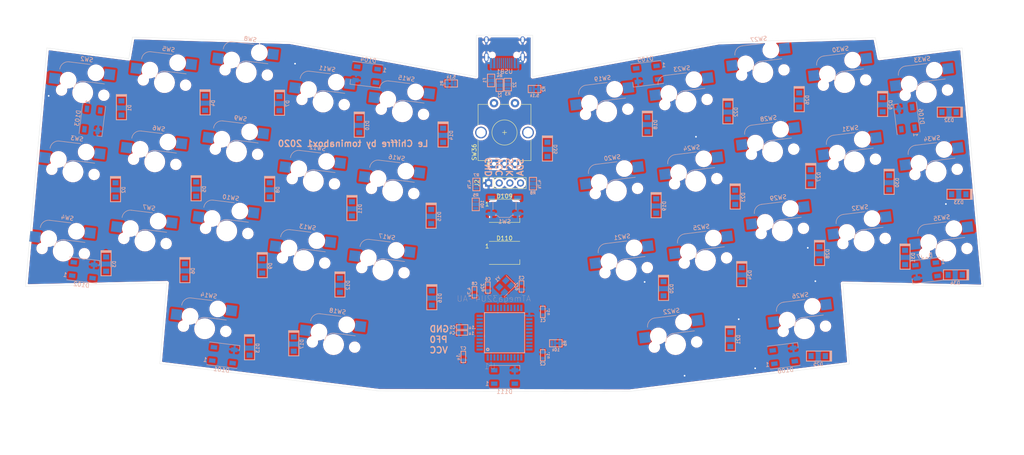
<source format=kicad_pcb>
(kicad_pcb (version 20211014) (generator pcbnew)
  (layers (0 "F.Cu" signal) (31 "B.Cu" signal) (34 "B.Paste" user) (35 "F.Paste" user) (36 "B.SilkS" user "B.Silkscreen") (37 "F.SilkS" user "F.Silkscreen") (38 "B.Mask" user) (39 "F.Mask" user) (44 "Edge.Cuts" user))
  (net 0 "")
  (net 1 "GND")
  (net 2 "VCC")
  (net 3 "Net-(C3-Pad1)")
  (net 4 "UCAP")
  (net 5 "Net-(C6-Pad1)")
  (net 6 "Net-(F1-Pad2)")
  (net 8 "col5")
  (net 9 "row0")
  (net 10 "row1")
  (net 11 "col3")
  (net 12 "Net-(R6-Pad2)")
  (net 13 "row2")
  (net 14 "LED")
  (net 15 "col1")
  (net 16 "col0")
  (net 17 "col7")
  (net 19 "col2")
  (net 20 "row3")
  (net 21 "Net-(R5-Pad2)")
  (net 23 "col6")
  (net 24 "col9")
  (net 25 "col4")
  (net 26 "col8")
  (net 27 "/D+")
  (net 28 "/D-")
  (net 31 "CC2")
  (net 32 "CC1")
  (net 34 "DN-")
  (net 35 "DN+")
  (net 36 "Net-(D1-Pad1)")
  (net 37 "Net-(D2-Pad1)")
  (net 38 "Net-(D3-Pad1)")
  (net 39 "Net-(D4-Pad1)")
  (net 40 "Net-(D5-Pad1)")
  (net 41 "Net-(D6-Pad1)")
  (net 42 "Net-(D7-Pad1)")
  (net 43 "Net-(D8-Pad1)")
  (net 44 "Net-(D9-Pad1)")
  (net 45 "Net-(D10-Pad1)")
  (net 46 "Net-(D11-Pad1)")
  (net 47 "Net-(D12-Pad1)")
  (net 48 "Net-(D13-Pad1)")
  (net 49 "Net-(D14-Pad1)")
  (net 50 "Net-(D15-Pad1)")
  (net 51 "Net-(D16-Pad1)")
  (net 52 "Net-(D17-Pad1)")
  (net 53 "Net-(D18-Pad1)")
  (net 54 "Net-(D19-Pad1)")
  (net 55 "Net-(D20-Pad1)")
  (net 56 "Net-(D21-Pad1)")
  (net 57 "Net-(D22-Pad1)")
  (net 58 "Net-(D23-Pad1)")
  (net 59 "Net-(D24-Pad1)")
  (net 60 "Net-(D25-Pad1)")
  (net 61 "Net-(D26-Pad1)")
  (net 62 "Net-(D27-Pad1)")
  (net 63 "Net-(D28-Pad1)")
  (net 64 "Net-(D29-Pad1)")
  (net 65 "Net-(D30-Pad1)")
  (net 66 "Net-(D31-Pad1)")
  (net 67 "Net-(D32-Pad1)")
  (net 68 "Net-(D33-Pad1)")
  (net 69 "Net-(D34-Pad1)")
  (net 70 "Net-(D35-Pad1)")
  (net 71 "SDA")
  (net 72 "SCK")
  (net 73 "EncA")
  (net 74 "EncB")
  (net 78 "Net-(D101-Pad2)")
  (net 79 "Net-(D102-Pad2)")
  (net 80 "Net-(D103-Pad2)")
  (net 81 "Net-(D104-Pad2)")
  (net 82 "Net-(D105-Pad2)")
  (net 83 "Net-(D106-Pad2)")
  (net 84 "Net-(D107-Pad2)")
  (net 85 "Net-(D108-Pad2)")
  (net 86 "Net-(D109-Pad2)")
  (net 88 "Net-(D101-Pad4)")
  (footprint "0xcb:SW_Hotswap_Kailh_1.00u" (layer "F.Cu") (at 37.505804 50.429023 -7)
    (fp_text reference "SW2")
    (fp_text value "SW_Push")
  )
  (footprint "0xcb:SW_Hotswap_Kailh_1.00u" (layer "F.Cu") (at 35.184193 69.337027 -7)
    (fp_text reference "SW3")
    (fp_text value "SW_Push")
  )
  (footprint "0xcb:SW_Hotswap_Kailh_1.00u" (layer "F.Cu") (at 32.862582 88.245032 -7)
    (fp_text reference "SW4")
    (fp_text value "SW_Push")
  )
  (footprint "0xcb:SW_Hotswap_Kailh_1.00u" (layer "F.Cu") (at 56.994211 48.023633 -7)
    (fp_text reference "SW5")
    (fp_text value "SW_Push")
  )
  (footprint "0xcb:SW_Hotswap_Kailh_1.00u" (layer "F.Cu") (at 54.6726 66.931637 -7)
    (fp_text reference "SW6")
    (fp_text value "SW_Push")
  )
  (footprint "0xcb:SW_Hotswap_Kailh_1.00u" (layer "F.Cu") (at 52.350989 85.839642 -7)
    (fp_text reference "SW7")
    (fp_text value "SW_Push")
  )
  (footprint "0xcb:SW_Hotswap_Kailh_1.00u" (layer "F.Cu") (at 74.161007 64.526247 -7)
    (fp_text reference "SW9")
    (fp_text value "SW_Push")
  )
  (footprint "0xcb:SW_Hotswap_Kailh_1.00u" (layer "F.Cu") (at 71.839396 83.434252 -7)
    (fp_text reference "SW10")
    (fp_text value "SW_Push")
  )
  (footprint "0xcb:SW_Hotswap_Kailh_1.00u" (layer "F.Cu") (at 94.810219 52.666855 -7)
    (fp_text reference "SW11")
    (fp_text value "SW_Push")
  )
  (footprint "0xcb:SW_Hotswap_Kailh_1.00u" (layer "F.Cu") (at 92.488608 71.574859 -7)
    (fp_text reference "SW12")
    (fp_text value "SW_Push")
  )
  (footprint "0xcb:SW_Hotswap_Kailh_1.00u" (layer "F.Cu") (at 90.166997 90.482864 -7)
    (fp_text reference "SW13")
    (fp_text value "SW_Push")
  )
  (footprint "0xcb:SW_Hotswap_Kailh_1.00u" (layer "F.Cu") (at 113.718223 54.988466 -7)
    (fp_text reference "SW15")
    (fp_text value "SW_Push")
  )
  (footprint "0xcb:SW_Hotswap_Kailh_1.00u" (layer "F.Cu") (at 111.396612 73.89647 -7)
    (fp_text reference "SW16")
    (fp_text value "SW_Push")
  )
  (footprint "0xcb:SW_Hotswap_Kailh_1.00u" (layer "F.Cu") (at 109.075002 92.804475 -7)
    (fp_text reference "SW17")
    (fp_text value "SW_Push")
  )
  (footprint "0xcb:SW_Hotswap_Kailh_2.00u" (layer "F.Cu") (at 97.299388 110.551673 -7)
    (fp_text reference "SW18")
    (fp_text value "SW_Push")
  )
  (footprint "0xcb:SW_Hotswap_Kailh_1.00u" (layer "F.Cu") (at 162.411777 54.988466 7)
    (fp_text reference "SW19")
    (fp_text value "SW_Push")
  )
  (footprint "0xcb:SW_Hotswap_Kailh_1.00u" (layer "F.Cu") (at 164.733388 73.89647 7)
    (fp_text reference "SW20")
    (fp_text value "SW_Push")
  )
  (footprint "0xcb:SW_Hotswap_Kailh_1.00u" (layer "F.Cu") (at 167.054998 92.804475 7)
    (fp_text reference "SW21")
    (fp_text value "SW_Push")
  )
  (footprint "0xcb:SW_Hotswap_Kailh_2.00u" (layer "F.Cu") (at 178.830612 110.551673 7)
    (fp_text reference "SW22")
    (fp_text value "SW_Push")
  )
  (footprint "0xcb:SW_Hotswap_Kailh_1.00u" (layer "F.Cu") (at 181.319781 52.666855 7)
    (fp_text reference "SW23")
    (fp_text value "SW_Push")
  )
  (footprint "0xcb:SW_Hotswap_Kailh_1.00u" (layer "F.Cu") (at 183.641392 71.574859 7)
    (fp_text reference "SW24")
    (fp_text value "SW_Push")
  )
  (footprint "0xcb:SW_Hotswap_Kailh_1.00u" (layer "F.Cu") (at 185.963003 90.482864 7)
    (fp_text reference "SW25")
    (fp_text value "SW_Push")
  )
  (footprint "0xcb:SW_Hotswap_Kailh_1.00u" (layer "F.Cu") (at 209.555871 106.779086 7)
    (fp_text reference "SW26")
    (fp_text value "SW_Push")
  )
  (footprint "0xcb:SW_Hotswap_Kailh_1.00u" (layer "F.Cu") (at 199.647382 45.618243 7)
    (fp_text reference "SW27")
    (fp_text value "SW_Push")
  )
  (footprint "0xcb:SW_Hotswap_Kailh_1.00u" (layer "F.Cu") (at 201.968993 64.526247 7)
    (fp_text reference "SW28")
    (fp_text value "SW_Push")
  )
  (footprint "0xcb:SW_Hotswap_Kailh_1.00u" (layer "F.Cu") (at 204.290604 83.434252 7)
    (fp_text reference "SW29")
    (fp_text value "SW_Push")
  )
  (footprint "0xcb:SW_Hotswap_Kailh_1.00u" (layer "F.Cu") (at 219.135789 48.023633 7)
    (fp_text reference "SW30")
    (fp_text value "SW_Push")
  )
  (footprint "0xcb:SW_Hotswap_Kailh_1.00u" (layer "F.Cu") (at 221.4574 66.931637 7)
    (fp_text reference "SW31")
    (fp_text value "SW_Push")
  )
  (footprint "0xcb:SW_Hotswap_Kailh_1.00u" (layer "F.Cu") (at 223.779011 85.839642 7)
    (fp_text reference "SW32")
    (fp_text value "SW_Push")
  )
  (footprint "0xcb:SW_Hotswap_Kailh_1.00u" (layer "F.Cu") (at 238.624196 50.429023 7)
    (fp_text reference "SW33")
    (fp_text value "SW_Push")
  )
  (footprint "0xcb:SW_Hotswap_Kailh_1.00u" (layer "F.Cu") (at 240.945807 69.337027 7)
    (fp_text reference "SW34")
    (fp_text value "SW_Push")
  )
  (footprint "0xcb:SW_Hotswap_Kailh_1.00u" (layer "F.Cu") (at 243.267418 88.245032 7)
    (fp_text reference "SW35")
    (fp_text value "SW_Push")
  )
  (footprint "Connector_PinSocket_2.54mm:PinSocket_1x04_P2.54mm_Vertical" (layer "F.Cu") (at 134.265 72 90)
    (fp_text reference "J2")
    (fp_text value "Conn_01x04_Female")
  )
  (footprint "0xcb:SW_Hotswap_Kailh_1.00u" (layer "F.Cu") (at 66.574129 106.779086 -7)
    (fp_text reference "SW14")
    (fp_text value "SW_Push")
  )
  (footprint "0xcb:SW_Hotswap_Kailh_1.00u" (layer "F.Cu") (at 76.482618 45.618243 -7)
    (fp_text reference "SW8")
    (fp_text value "SW_Push")
  )
  (footprint "Rotary_Encoder:RotaryEncoder_Alps_EC12E-Switch_Vertical_H20mm_CircularMountingHoles" (layer "F.Cu") (at 135.565 67.44 90)
    (fp_text reference "SW36")
    (fp_text value "Rotary_Encoder_Switch")
  )
  (footprint "LED_SMD:LED_WS2812B_PLCC4_5.0x5.0mm_P3.2mm" (layer "F.Cu") (at 138.065 78.64)
    (fp_text reference "D109")
    (fp_text value "WS2812B")
  )
  (footprint "LED_SMD:LED_WS2812B_PLCC4_5.0x5.0mm_P3.2mm" (layer "F.Cu") (at 138.065 88.67)
    (fp_text reference "D110")
    (fp_text value "WS2812B")
  )
  (footprint "Keebio-Parts:C_0603" (layer "B.Cu") (at 147.19 102.75 90)
    (fp_text reference "C1")
    (fp_text value ".1u")
  )
  (footprint "Keebio-Parts:C_0603" (layer "B.Cu") (at 147.18 113.12 90)
    (fp_text reference "C2")
    (fp_text value ".1u")
  )
  (footprint "Keebio-Parts:C_0603" (layer "B.Cu") (at 142.12 96.68 -90)
    (fp_text reference "C3")
    (fp_text value "22p")
  )
  (footprint "Keebio-Parts:C_0603" (layer "B.Cu") (at 127.93 107.78 180)
    (fp_text reference "C4")
    (fp_text value "1u")
  )
  (footprint "Keebio-Parts:C_0603" (layer "B.Cu") (at 127.96 106.38 180)
    (fp_text reference "C5")
    (fp_text value ".1u")
  )
  (footprint "Keebio-Parts:C_0603" (layer "B.Cu") (at 134.1 96.95 -90)
    (fp_text reference "C6")
    (fp_text value "22p")
  )
  (footprint "Keebio-Parts:C_0603" (layer "B.Cu") (at 128.25 113.5 -90)
    (fp_text reference "C7")
    (fp_text value ".1u")
  )
  (footprint "Keebio-Parts:C_0603" (layer "B.Cu") (at 130.91 98.07 -90)
    (fp_text reference "C8")
    (fp_text value "4.7u")
  )
  (footprint "Keebio-Parts:Fuse_0805" (layer "B.Cu") (at 134.87 47.52 90)
    (fp_text reference "F1")
    (fp_text value "Polyfuse_Small" hide)
  )
  (footprint "Keebio-Parts:ATMEGA32U4-AU" (layer "B.Cu") (at 138.065 107.72)
    (fp_text reference "U1")
    (fp_text value "ATmega32U4-AU")
  )
  (footprint "Type-C:HRO-TYPE-C-31-M-12-HandSoldering" (layer "B.Cu") (at 138.065 35.2)
    (fp_text reference "USB1")
    (fp_text value "HRO-TYPE-C-31-M-12")
  )
  (footprint "Keebio-Parts:Crystal_SMD_3225-4pin_3.2x2.5mm" (layer "B.Cu") (at 138.205 96.65 -135)
    (fp_text reference "Y1")
    (fp_text value "Crystal_GND2")
  )
  (footprint "Keebio-Parts:D_SOD123" (layer "B.Cu") (at 46.73 54.09 -90)
    (fp_text reference "D1")
    (fp_text value "1N4148" hide)
  )
  (footprint "Keebio-Parts:D_SOD123" (layer "B.Cu") (at 45.33 73.65 -90)
    (fp_text reference "D2")
    (fp_text value "1N4148" hide)
  )
  (footprint "Keebio-Parts:D_SOD123" (layer "B.Cu") (at 43.09 91.34 -90)
    (fp_text reference "D3")
    (fp_text value "1N4148" hide)
  )
  (footprint "Keebio-Parts:D_SOD123" (layer "B.Cu") (at 66.69 52.94 -90)
    (fp_text reference "D4")
    (fp_text value "1N4148" hide)
  )
  (footprint "Keebio-Parts:D_SOD123" (layer "B.Cu") (at 64.55 73.45 -90)
    (fp_text reference "D5")
    (fp_text value "1N4148" hide)
  )
  (footprint "Keebio-Parts:D_SOD123" (layer "B.Cu") (at 61.86 92.98 -90)
    (fp_text reference "D6")
    (fp_text value "1N4148" hide)
  )
  (footprint "Keebio-Parts:D_SOD123" (layer "B.Cu") (at 84.42 53.03 -90)
    (fp_text reference "D7")
    (fp_text value "1N4148" hide)
  )
  (footprint "Keebio-Parts:D_SOD123" (layer "B.Cu") (at 82.08 73.62 -90)
    (fp_text reference "D8")
    (fp_text value "1N4148" hide)
  )
  (footprint "Keebio-Parts:D_SOD123" (layer "B.Cu") (at 80.31 91.79 -90)
    (fp_text reference "D9")
    (fp_text value "1N4148" hide)
  )
  (footprint "Keebio-Parts:D_SOD123" (layer "B.Cu") (at 103.44 58.26 -90)
    (fp_text reference "D10")
    (fp_text value "1N4148" hide)
  )
  (footprint "Keebio-Parts:D_SOD123" (layer "B.Cu") (at 101.69 78.17 -90)
    (fp_text reference "D11")
    (fp_text value "1N4148" hide)
  )
  (footprint "Keebio-Parts:D_SOD123" (layer "B.Cu") (at 98.83 96.41 -90)
    (fp_text reference "D12")
    (fp_text value "1N4148" hide)
  )
  (footprint "Keebio-Parts:D_SOD123" (layer "B.Cu") (at 77.29 111.39 -90)
    (fp_text reference "D13")
    (fp_text value "1N4148" hide)
  )
  (footprint "Keebio-Parts:D_SOD123" (layer "B.Cu") (at 123.43 60.62 -90)
    (fp_text reference "D14")
    (fp_text value "1N4148" hide)
  )
  (footprint "Keebio-Parts:D_SOD123" (layer "B.Cu") (at 120.58 79.98 -90)
    (fp_text reference "D15")
    (fp_text value "1N4148" hide)
  )
  (footprint "Keebio-Parts:D_SOD123" (layer "B.Cu") (at 120.73 99.45 -90)
    (fp_text reference "D16")
    (fp_text value "1N4148" hide)
  )
  (footprint "Keebio-Parts:D_SOD123" (layer "B.Cu") (at 87.82 110.44 -90)
    (fp_text reference "D17")
    (fp_text value "1N4148" hide)
  )
  (footprint "Keebio-Parts:D_SOD123" (layer "B.Cu") (at 172.12 58.05 -90)
    (fp_text reference "D18")
    (fp_text value "1N4148" hide)
  )
  (footprint "Keebio-Parts:D_SOD123" (layer "B.Cu") (at 174.22 77.48 -90)
    (fp_text reference "D19")
    (fp_text value "1N4148" hide)
  )
  (footprint "Keebio-Parts:D_SOD123" (layer "B.Cu") (at 175.98 97.22 -90)
    (fp_text reference "D20")
    (fp_text value "1N4148" hide)
  )
  (footprint "Keebio-Parts:D_SOD123" (layer "B.Cu") (at 191.9 109.35 -90)
    (fp_text reference "D21")
    (fp_text value "1N4148" hide)
  )
  (footprint "Keebio-Parts:D_SOD123" (layer "B.Cu") (at 191.32 55.07 -90)
    (fp_text reference "D22")
    (fp_text value "1N4148" hide)
  )
  (footprint "Keebio-Parts:D_SOD123" (layer "B.Cu") (at 193.06 75.41 -90)
    (fp_text reference "D23")
    (fp_text value "1N4148" hide)
  )
  (footprint "Keebio-Parts:D_SOD123" (layer "B.Cu") (at 194.62 93.93 -90)
    (fp_text reference "D24")
    (fp_text value "1N4148" hide)
  )
  (footprint "Keebio-Parts:D_SOD123" (layer "B.Cu") (at 212.85 113.3 180)
    (fp_text reference "D25")
    (fp_text value "1N4148" hide)
  )
  (footprint "Keebio-Parts:D_SOD123" (layer "B.Cu") (at 208.32 52.18 -90)
    (fp_text reference "D26")
    (fp_text value "1N4148" hide)
  )
  (footprint "Keebio-Parts:D_SOD123" (layer "B.Cu") (at 211.06 70.52 -90)
    (fp_text reference "D27")
    (fp_text value "1N4148" hide)
  )
  (footprint "Keebio-Parts:D_SOD123" (layer "B.Cu") (at 213.16 88.89 -90)
    (fp_text reference "D28")
    (fp_text value "1N4148" hide)
  )
  (footprint "Keebio-Parts:D_SOD123" (layer "B.Cu") (at 228.21 53.32 -90)
    (fp_text reference "D29")
    (fp_text value "1N4148" hide)
  )
  (footprint "Keebio-Parts:D_SOD123" (layer "B.Cu") (at 229.76 71.9 -90)
    (fp_text reference "D30")
    (fp_text value "1N4148" hide)
  )
  (footprint "Keebio-Parts:D_SOD123" (layer "B.Cu") (at 233.56 89.76 -90)
    (fp_text reference "D31")
    (fp_text value "1N4148" hide)
  )
  (footprint "Keebio-Parts:D_SOD123" (layer "B.Cu") (at 244.05 55.09 180)
    (fp_text reference "D32")
    (fp_text value "1N4148" hide)
  )
  (footprint "Keebio-Parts:D_SOD123" (layer "B.Cu") (at 246.36 74.69 180)
    (fp_text reference "D33")
    (fp_text value "1N4148" hide)
  )
  (footprint "Keebio-Parts:D_SOD123" (layer "B.Cu") (at 245.51 93.92 180)
    (fp_text reference "D34")
    (fp_text value "1N4148" hide)
  )
  (footprint "Keebio-Parts:R_0805" (layer "B.Cu") (at 125.35 48.24)
    (fp_text reference "R1")
    (fp_text value "5.1k")
  )
  (footprint "Keebio-Parts:R_0805" (layer "B.Cu") (at 145.22 49.57 180)
    (fp_text reference "R2")
    (fp_text value "5.1k")
  )
  (footprint "Keebio-Parts:R_0805" (layer "B.Cu") (at 138.85 48.52 90)
    (fp_text reference "R3")
    (fp_text value "22")
  )
  (footprint "Keebio-Parts:R_0805" (layer "B.Cu") (at 136.9 48.66 -90)
    (fp_text reference "R4")
    (fp_text value "22")
  )
  (footprint "Keebio-Parts:R_0805" (layer "B.Cu") (at 131.21 77.09 -90)
    (fp_text reference "R5")
    (fp_text value "10k")
  )
  (footprint "Keebio-Parts:R_0805" (layer "B.Cu") (at 150.3 110.25 180)
    (fp_text reference "R6")
    (fp_text value "10k")
  )
  (footprint "Keebio-Parts:SW_SPST_TL3342" (layer "B.Cu") (at 138.065 77.45)
    (fp_text reference "SW1")
    (fp_text value "SW_Push")
  )
  (footprint "Keebio-Parts:D_SOD123" (layer "B.Cu") (at 148.29 63.96 -90)
    (fp_text reference "D35")
    (fp_text value "1N4148" hide)
  )
  (footprint "Keebio-Parts:R_0805" (layer "B.Cu") (at 131.36 72.34 -90)
    (fp_text reference "R7")
    (fp_text value "4.7k")
  )
  (footprint "Keebio-Parts:R_0805" (layer "B.Cu") (at 144.84 72.16 90)
    (fp_text reference "R8")
    (fp_text value "4.7k")
  )
  (footprint "LED_SMD:LED_WS2812B_PLCC4_5.0x5.0mm_P3.2mm" (layer "B.Cu") (at 71.02 113.09 -7)
    (fp_text reference "D101")
    (fp_text value "WS2812B")
  )
  (footprint "LED_SMD:LED_WS2812B_PLCC4_5.0x5.0mm_P3.2mm" (layer "B.Cu") (at 39.8 56.93 -97)
    (fp_text reference "D103")
    (fp_text value "WS2812B")
  )
  (footprint "LED_SMD:LED_WS2812B_PLCC4_5.0x5.0mm_P3.2mm" (layer "B.Cu") (at 105.18 46.13 173)
    (fp_text reference "D104")
    (fp_text value "WS2812B")
  )
  (footprint "LED_SMD:LED_WS2812B_PLCC4_5.0x5.0mm_P3.2mm" (layer "B.Cu") (at 172.08 45.93 -173)
    (fp_text reference "D105")
    (fp_text value "WS2812B")
  )
  (footprint "LED_SMD:LED_WS2812B_PLCC4_5.0x5.0mm_P3.2mm" (layer "B.Cu") (at 238.66 92.89 -173)
    (fp_text reference "D107")
    (fp_text value "WS2812B")
  )
  (footprint "LED_SMD:LED_WS2812B_PLCC4_5.0x5.0mm_P3.2mm" (layer "B.Cu") (at 204.64 113.25 7)
    (fp_text reference "D108")
    (fp_text value "WS2812B")
  )
  (footprint "LED_SMD:LED_WS2812B_PLCC4_5.0x5.0mm_P3.2mm" (layer "B.Cu") (at 138.065 118.29)
    (fp_text reference "D111")
    (fp_text value "WS2812B")
  )
  (footprint "LED_SMD:LED_WS2812B_PLCC4_5.0x5.0mm_P3.2mm" (layer "B.Cu") (at 37.62 92.81 -7)
    (fp_text reference "D102")
    (fp_text value "WS2812B")
  )
  (footprint "LED_SMD:LED_WS2812B_PLCC4_5.0x5.0mm_P3.2mm" (layer "B.Cu") (at 233.96 56.54 97)
    (fp_text reference "D106")
    (fp_text value "WS2812B")
  )
  (gr_line (start 167.93 121.73) (end 220.27 115.2) (layer "Edge.Cuts") (width 0.05))
  (gr_line (start 28.97 39.75) (end 23.86 96.64) (layer "Edge.Cuts") (width 0.05))
  (gr_line (start 226.46 37.31) (end 189.17 38.45) (layer "Edge.Cuts") (width 0.05))
  (gr_line (start 144.79 46.61) (end 144.79 36.75) (layer "Edge.Cuts") (width 0.05))
  (gr_line (start 144.79 46.61) (end 189.17 38.45) (layer "Edge.Cuts") (width 0.05))
  (gr_line (start 218.7 95.98) (end 252.26 96.74) (layer "Edge.Cuts") (width 0.05))
  (gr_line (start 57.56 95.85) (end 23.86 96.64) (layer "Edge.Cuts") (width 0.05))
  (gr_line (start 227.44 42.21) (end 226.46 37.31) (layer "Edge.Cuts") (width 0.05))
  (gr_line (start 108.19 121.63) (end 55.89 115.11) (layer "Edge.Cuts") (width 0.05))
  (gr_line (start 86.94 38.35) (end 131.32 46.6) (layer "Edge.Cuts") (width 0.05))
  (gr_line (start 55.89 115.11) (end 57.56 95.85) (layer "Edge.Cuts") (width 0.05))
  (gr_line (start 220.27 115.2) (end 218.7 95.98) (layer "Edge.Cuts") (width 0.05))
  (gr_line (start 28.97 39.75) (end 48.5 42.3) (layer "Edge.Cuts") (width 0.05))
  (gr_line (start 131.32 46.6) (end 131.32 36.77) (layer "Edge.Cuts") (width 0.05))
  (gr_line (start 247.15 39.75) (end 227.44 42.21) (layer "Edge.Cuts") (width 0.05))
  (gr_line (start 49.38 37.2) (end 86.94 38.35) (layer "Edge.Cuts") (width 0.05))
  (gr_line (start 48.5 42.3) (end 49.38 37.2) (layer "Edge.Cuts") (width 0.05))
  (gr_line (start 167.93 121.73) (end 108.19 121.63) (layer "Edge.Cuts") (width 0.05))
  (gr_line (start 247.15 39.75) (end 252.26 96.74) (layer "Edge.Cuts") (width 0.05))
  (gr_line (start 131.32 36.77) (end 144.79 36.75) (layer "Edge.Cuts") (width 0.05))
  (gr_text "VCC" (at 122.38 111.88) (layer "B.SilkS") (effects (font (size 1.5 1.5) (thickness 0.3)) (justify mirror)))
  (gr_text "PF0" (at 122.344286 109.365) (layer "B.SilkS") (effects (font (size 1.5 1.5) (thickness 0.3)) (justify mirror)))
  (gr_text "SCK" (at 139.33 68.2 90) (layer "B.SilkS") (effects (font (size 1.5 1.5) (thickness 0.3)) (justify mirror)))
  (gr_text "Le Chiffre by tominabox1 2020" (at 101.97 62.59) (layer "B.SilkS") (effects (font (size 1.5 1.5) (thickness 0.3)) (justify mirror)))
  (gr_text "VCC" (at 136.84 68.199999 90) (layer "B.SilkS") (effects (font (size 1.5 1.5) (thickness 0.3)) (justify mirror)))
  (gr_text "SDA" (at 141.81 68.199999 90) (layer "B.SilkS") (effects (font (size 1.5 1.5) (thickness 0.3)) (justify mirror)))
  (gr_text "GND\n" (at 134.29 68.2 90) (layer "B.SilkS") (effects (font (size 1.5 1.5) (thickness 0.3)) (justify mirror)))
  (gr_text "GND" (at 122.522857 106.85) (layer "B.SilkS") (effects (font (size 1.5 1.5) (thickness 0.3)) (justify mirror)))
  (via (at 243.29 77.01) (size 0.8) (drill 0.4) (layers "F.Cu" "B.Cu") (net 1))
  (via (at 183.71 60.96) (size 0.8) (drill 0.4) (layers "F.Cu" "B.Cu") (net 1))
  (via (at 171.47 95.61) (size 0.8) (drill 0.4) (layers "F.Cu" "B.Cu") (net 1))
  (via (at 29.39 51.2) (size 0.8) (drill 0.4) (layers "F.Cu" "B.Cu") (net 1))
  (via (at 197.82 116.22) (size 0.8) (drill 0.4) (layers "F.Cu" "B.Cu") (net 1))
  (via (at 180.99 117.99) (size 0.8) (drill 0.4) (layers "F.Cu" "B.Cu") (net 1))
  (via (at 212.17 95.43) (size 0.8) (drill 0.4) (layers "F.Cu" "B.Cu") (net 1))
  (via (at 193.9 104.5) (size 0.8) (drill 0.4) (layers "F.Cu" "B.Cu") (net 1))
  (via (at 88.13 43.52) (size 0.8) (drill 0.4) (layers "F.Cu" "B.Cu") (net 1))
  (via (at 210.36 87.47) (size 0.8) (drill 0.4) (layers "F.Cu" "B.Cu") (net 1))
  (segment (start 141.29 43.395) (end 141.29 43.075) (width 0.25) (layer "B.Cu") (net 1))
  (segment (start 141.29 43.075) (end 142.385 41.98) (width 0.25) (layer "B.Cu") (net 1))
  (zone (net 1) (net_name "GND") (layer "F.Cu") (connect_pads (clearance 0.508)) (min_thickness 0.254) (fill yes (thermal_gap 0.508) (thermal_bridge_width 0.508))
    (polygon (pts (xy 261.91 28.32) (xy 17.79 28.32) (xy 17.79 133.9) (xy 258.94 133.9) (xy 261.91 136.87)))
  )
  (zone (net 1) (net_name "GND") (layer "B.Cu") (connect_pads (clearance 0.508)) (min_thickness 0.254) (fill yes (thermal_gap 0.508) (thermal_bridge_width 0.508))
    (polygon (pts (xy 261.66 28.57) (xy 18.28 28.57) (xy 18.28 132.9) (xy 260.42 132.9)))
  )
)
</source>
